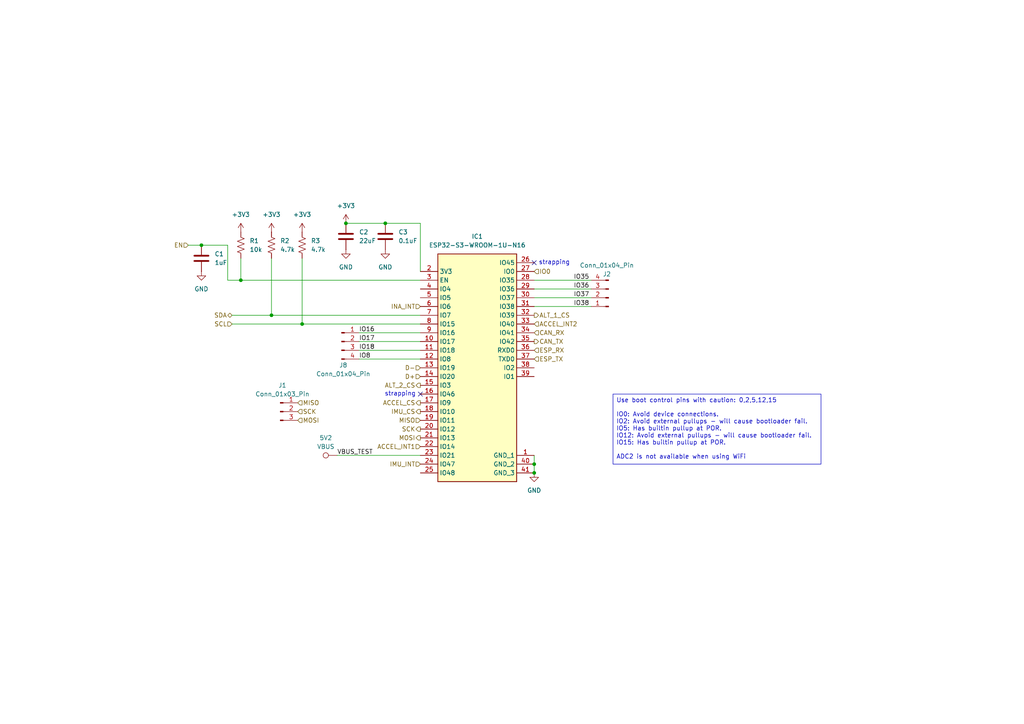
<source format=kicad_sch>
(kicad_sch (version 20250114) (generator "eeschema") (generator_version "9.0")
  (paper "A4")
  (lib_symbols
    (symbol "Connector:Conn_01x03_Pin" (pin_names (offset 1.016) (hide yes))
      (property "Reference" "J" (at 0 5.08 0))
      (property "Value" "Conn_01x03_Pin" (at 0 -5.08 0))
      (symbol "Conn_01x03_Pin_1_1"
        (rectangle (start 0.8636 2.667) (end 0 2.413) (stroke (width 0.1524)) (fill (type outline)))
        (rectangle (start 0.8636 0.127) (end 0 -0.127) (stroke (width 0.1524)) (fill (type outline)))
        (rectangle (start 0.8636 -2.413) (end 0 -2.667) (stroke (width 0.1524)) (fill (type outline)))
        (polyline (pts (xy 1.27 2.54) (xy 0.8636 2.54)) (stroke (width 0.1524)))
        (polyline (pts (xy 1.27 0) (xy 0.8636 0)) (stroke (width 0.1524)))
        (polyline (pts (xy 1.27 -2.54) (xy 0.8636 -2.54)) (stroke (width 0.1524)))
        (pin passive line (at 5.08 2.54 180) (length 3.81) (name "Pin_1") (number "1"))
        (pin passive line (at 5.08 0 180) (length 3.81) (name "Pin_2") (number "2"))
        (pin passive line (at 5.08 -2.54 180) (length 3.81) (name "Pin_3") (number "3"))
      )
    )
    (symbol "Connector:Conn_01x04_Pin" (pin_names (offset 1.016) (hide yes))
      (property "Reference" "J" (at 0 5.08 0))
      (property "Value" "Conn_01x04_Pin" (at 0 -7.62 0))
      (symbol "Conn_01x04_Pin_1_1"
        (rectangle (start 0.8636 2.667) (end 0 2.413) (stroke (width 0.1524)) (fill (type outline)))
        (rectangle (start 0.8636 0.127) (end 0 -0.127) (stroke (width 0.1524)) (fill (type outline)))
        (rectangle (start 0.8636 -2.413) (end 0 -2.667) (stroke (width 0.1524)) (fill (type outline)))
        (rectangle (start 0.8636 -4.953) (end 0 -5.207) (stroke (width 0.1524)) (fill (type outline)))
        (polyline (pts (xy 1.27 2.54) (xy 0.8636 2.54)) (stroke (width 0.1524)))
        (polyline (pts (xy 1.27 0) (xy 0.8636 0)) (stroke (width 0.1524)))
        (polyline (pts (xy 1.27 -2.54) (xy 0.8636 -2.54)) (stroke (width 0.1524)))
        (polyline (pts (xy 1.27 -5.08) (xy 0.8636 -5.08)) (stroke (width 0.1524)))
        (pin passive line (at 5.08 2.54 180) (length 3.81) (name "Pin_1") (number "1"))
        (pin passive line (at 5.08 0 180) (length 3.81) (name "Pin_2") (number "2"))
        (pin passive line (at 5.08 -2.54 180) (length 3.81) (name "Pin_3") (number "3"))
        (pin passive line (at 5.08 -5.08 180) (length 3.81) (name "Pin_4") (number "4"))
      )
    )
    (symbol "Connector:TestPoint" (pin_numbers (hide yes)) (pin_names (offset 0.762) (hide yes))
      (property "Reference" "TP" (at 0 6.858 0))
      (property "Value" "TestPoint" (at 0 5.08 0))
      (symbol "TestPoint_0_1"
        (circle (center 0 3.302) (radius 0.762))
      )
      (symbol "TestPoint_1_1"
        (pin passive line (at 0 0 90) (length 2.54) (name "1") (number "1"))
      )
    )
    (symbol "Device:C" (pin_numbers (hide yes)) (pin_names (offset 0.254))
      (property "Reference" "C" (at 0.635 2.54 0))
      (property "Value" "C" (at 0.635 -2.54 0))
      (symbol "C_0_1"
        (polyline (pts (xy -2.032 0.762) (xy 2.032 0.762)) (stroke (width 0.508)))
        (polyline (pts (xy -2.032 -0.762) (xy 2.032 -0.762)) (stroke (width 0.508)))
      )
      (symbol "C_1_1"
        (pin passive line (at 0 3.81 270) (length 2.794) (name "~") (number "1"))
        (pin passive line (at 0 -3.81 90) (length 2.794) (name "~") (number "2"))
      )
    )
    (symbol "Device:R_US" (pin_numbers (hide yes)) (pin_names (offset 0))
      (property "Reference" "R" (at 2.54 0 90))
      (property "Value" "R_US" (at -2.54 0 90))
      (symbol "R_US_0_1"
        (polyline (pts (xy 0 2.286) (xy 0 2.54)))
        (polyline (pts (xy 0 2.286) (xy 1.016 1.905) (xy 0 1.524) (xy -1.016 1.143) (xy 0 0.762)))
        (polyline (pts (xy 0 0.762) (xy 1.016 0.381) (xy 0 0) (xy -1.016 -0.381) (xy 0 -0.762)))
        (polyline (pts (xy 0 -0.762) (xy 1.016 -1.143) (xy 0 -1.524) (xy -1.016 -1.905) (xy 0 -2.286)))
        (polyline (pts (xy 0 -2.286) (xy 0 -2.54)))
      )
      (symbol "R_US_1_1"
        (pin passive line (at 0 3.81 270) (length 1.27) (name "~") (number "1"))
        (pin passive line (at 0 -3.81 90) (length 1.27) (name "~") (number "2"))
      )
    )
    (symbol "RF_Module:ESP32-S3-WROOM-1U-N16"
      (property "Reference" "IC" (at 29.21 7.62 0))
      (property "Value" "ESP32-S3-WROOM-1U-N16" (at 29.21 5.08 0))
      (symbol "ESP32-S3-WROOM-1U-N16_1_1"
        (rectangle (start 5.08 2.54) (end 27.94 -63.5) (stroke (width 0.254)) (fill (type background)))
        (pin passive line (at 0 -2.54 0) (length 5.08) (name "3V3") (number "2"))
        (pin passive line (at 0 -5.08 0) (length 5.08) (name "EN") (number "3"))
        (pin passive line (at 0 -7.62 0) (length 5.08) (name "IO4") (number "4"))
        (pin passive line (at 0 -10.16 0) (length 5.08) (name "IO5") (number "5"))
        (pin passive line (at 0 -12.7 0) (length 5.08) (name "IO6") (number "6"))
        (pin passive line (at 0 -15.24 0) (length 5.08) (name "IO7") (number "7"))
        (pin passive line (at 0 -17.78 0) (length 5.08) (name "IO15") (number "8"))
        (pin passive line (at 0 -20.32 0) (length 5.08) (name "IO16") (number "9"))
        (pin passive line (at 0 -22.86 0) (length 5.08) (name "IO17") (number "10"))
        (pin passive line (at 0 -25.4 0) (length 5.08) (name "IO18") (number "11"))
        (pin passive line (at 0 -27.94 0) (length 5.08) (name "IO8") (number "12"))
        (pin passive line (at 0 -30.48 0) (length 5.08) (name "IO19") (number "13"))
        (pin passive line (at 0 -33.02 0) (length 5.08) (name "IO20") (number "14"))
        (pin passive line (at 0 -35.56 0) (length 5.08) (name "IO3") (number "15"))
        (pin passive line (at 0 -38.1 0) (length 5.08) (name "IO46") (number "16"))
        (pin passive line (at 0 -40.64 0) (length 5.08) (name "IO9") (number "17"))
        (pin passive line (at 0 -43.18 0) (length 5.08) (name "IO10") (number "18"))
        (pin passive line (at 0 -45.72 0) (length 5.08) (name "IO11") (number "19"))
        (pin passive line (at 0 -48.26 0) (length 5.08) (name "IO12") (number "20"))
        (pin passive line (at 0 -50.8 0) (length 5.08) (name "IO13") (number "21"))
        (pin passive line (at 0 -53.34 0) (length 5.08) (name "IO14") (number "22"))
        (pin passive line (at 0 -55.88 0) (length 5.08) (name "IO21") (number "23"))
        (pin passive line (at 0 -58.42 0) (length 5.08) (name "IO47") (number "24"))
        (pin passive line (at 0 -60.96 0) (length 5.08) (name "IO48") (number "25"))
        (pin passive line (at 33.02 0 180) (length 5.08) (name "IO45") (number "26"))
        (pin passive line (at 33.02 -2.54 180) (length 5.08) (name "IO0") (number "27"))
        (pin passive line (at 33.02 -5.08 180) (length 5.08) (name "IO35") (number "28"))
        (pin passive line (at 33.02 -7.62 180) (length 5.08) (name "IO36") (number "29"))
        (pin passive line (at 33.02 -10.16 180) (length 5.08) (name "IO37") (number "30"))
        (pin passive line (at 33.02 -12.7 180) (length 5.08) (name "IO38") (number "31"))
        (pin passive line (at 33.02 -15.24 180) (length 5.08) (name "IO39") (number "32"))
        (pin passive line (at 33.02 -17.78 180) (length 5.08) (name "IO40") (number "33"))
        (pin passive line (at 33.02 -20.32 180) (length 5.08) (name "IO41") (number "34"))
        (pin passive line (at 33.02 -22.86 180) (length 5.08) (name "IO42") (number "35"))
        (pin passive line (at 33.02 -25.4 180) (length 5.08) (name "RXD0") (number "36"))
        (pin passive line (at 33.02 -27.94 180) (length 5.08) (name "TXD0") (number "37"))
        (pin passive line (at 33.02 -30.48 180) (length 5.08) (name "IO2") (number "38"))
        (pin passive line (at 33.02 -33.02 180) (length 5.08) (name "IO1") (number "39"))
        (pin passive line (at 33.02 -55.88 180) (length 5.08) (name "GND_1") (number "1"))
        (pin passive line (at 33.02 -58.42 180) (length 5.08) (name "GND_2") (number "40"))
        (pin passive line (at 33.02 -60.96 180) (length 5.08) (name "GND_3") (number "41"))
      )
    )
    (symbol "power:+3V3" (power) (pin_numbers (hide yes)) (pin_names (offset 0) (hide yes))
      (property "Value" "+3V3" (at 0 3.556 0))
      (symbol "+3V3_0_1"
        (polyline (pts (xy -0.762 1.27) (xy 0 2.54)))
        (polyline (pts (xy 0 2.54) (xy 0.762 1.27)))
        (polyline (pts (xy 0 0) (xy 0 2.54)))
      )
      (symbol "+3V3_1_1"
        (pin power_in line (at 0 0 90) (length 0) (name "~") (number "1"))
      )
    )
    (symbol "power:GND" (power) (pin_numbers (hide yes)) (pin_names (offset 0) (hide yes))
      (property "Value" "GND" (at 0 -3.81 0))
      (symbol "GND_0_1"
        (polyline (pts (xy 0 0) (xy 0 -1.27) (xy 1.27 -1.27) (xy 0 -2.54) (xy -1.27 -1.27) (xy 0 -1.27)))
      )
      (symbol "GND_1_1"
        (pin power_in line (at 0 0 270) (length 0) (name "~") (number "1"))
      )
    )
  )
  (text "strapping" (at 160.782 76.2 0) (effects (font (size 1.27 1.27))))
  (text "strapping" (at 116.078 114.3 0) (effects (font (size 1.27 1.27))))
  (text_box "Use boot control pins with caution: 0,2,5,12,15\n\nIO0: Avoid device connections.\nIO2: Avoid external pullups - will cause bootloader fail.\nIO5: Has builtin pullup at POR.\nIO12: Avoid external pullups - will cause bootloader fail.\nIO15: Has builtin pullup at POR.\n\nADC2 is not available when using WiFi" (at 177.8 114.3 0) (size 60.325 20.32) (margins 0.9525 0.9525 0.9525 0.9525) (effects (font (size 1.27 1.27)) (justify left top)))
  (junction (at 69.85 81.28))
  (junction (at 154.94 137.16))
  (junction (at 87.63 93.98))
  (junction (at 58.42 71.12))
  (junction (at 78.74 91.44))
  (junction (at 111.76 64.77))
  (junction (at 154.94 134.62))
  (junction (at 100.33 64.77))
  (no_connect (at 121.92 114.3))
  (no_connect (at 154.94 76.2))
  (wire (pts (xy 154.94 132.08) (xy 154.94 134.62)))
  (wire (pts (xy 54.61 71.12) (xy 58.42 71.12)))
  (wire (pts (xy 154.94 88.9) (xy 171.45 88.9)))
  (wire (pts (xy 111.76 64.77) (xy 121.92 64.77)))
  (wire (pts (xy 66.04 81.28) (xy 69.85 81.28)))
  (wire (pts (xy 67.31 91.44) (xy 78.74 91.44)))
  (wire (pts (xy 97.79 132.08) (xy 121.92 132.08)))
  (wire (pts (xy 69.85 81.28) (xy 121.92 81.28)))
  (wire (pts (xy 67.31 93.98) (xy 87.63 93.98)))
  (wire (pts (xy 87.63 93.98) (xy 121.92 93.98)))
  (wire (pts (xy 78.74 74.93) (xy 78.74 91.44)))
  (wire (pts (xy 121.92 64.77) (xy 121.92 78.74)))
  (wire (pts (xy 104.14 99.06) (xy 121.92 99.06)))
  (wire (pts (xy 58.42 71.12) (xy 66.04 71.12)))
  (wire (pts (xy 154.94 134.62) (xy 154.94 137.16)))
  (wire (pts (xy 66.04 71.12) (xy 66.04 81.28)))
  (wire (pts (xy 154.94 86.36) (xy 171.45 86.36)))
  (wire (pts (xy 69.85 74.93) (xy 69.85 81.28)))
  (wire (pts (xy 78.74 91.44) (xy 121.92 91.44)))
  (wire (pts (xy 104.14 101.6) (xy 121.92 101.6)))
  (wire (pts (xy 154.94 83.82) (xy 171.45 83.82)))
  (wire (pts (xy 87.63 74.93) (xy 87.63 93.98)))
  (wire (pts (xy 104.14 104.14) (xy 121.92 104.14)))
  (wire (pts (xy 154.94 81.28) (xy 171.45 81.28)))
  (wire (pts (xy 104.14 96.52) (xy 121.92 96.52)))
  (wire (pts (xy 100.33 64.77) (xy 111.76 64.77)))
  (label "IO16" (at 104.14 96.52 0))
  (label "IO38" (at 166.37 88.9 0))
  (label "IO8" (at 104.14 104.14 0))
  (label "IO18" (at 104.14 101.6 0))
  (label "IO36" (at 166.37 83.82 0))
  (label "IO17" (at 104.14 99.06 0))
  (label "VBUS_TEST" (at 97.79 132.08 0))
  (label "IO37" (at 166.37 86.36 0))
  (label "IO35" (at 166.37 81.28 0))
  (hierarchical_label "ESP_RX" (shape input) (at 154.94 101.6 0))
  (hierarchical_label "ALT_2_CS" (shape output) (at 121.92 111.76 180))
  (hierarchical_label "MISO" (shape input) (at 86.36 116.84 0))
  (hierarchical_label "SDA" (shape bidirectional) (at 67.31 91.44 180))
  (hierarchical_label "ACCEL_INT1" (shape input) (at 121.92 129.54 180))
  (hierarchical_label "ALT_1_CS" (shape output) (at 154.94 91.44 0))
  (hierarchical_label "D-" (shape input) (at 121.92 106.68 180))
  (hierarchical_label "EN" (shape input) (at 54.61 71.12 180))
  (hierarchical_label "IO0" (shape input) (at 154.94 78.74 0))
  (hierarchical_label "ACCEL_INT2" (shape input) (at 154.94 93.98 0))
  (hierarchical_label "IMU_INT" (shape input) (at 121.92 134.62 180))
  (hierarchical_label "IMU_CS" (shape output) (at 121.92 119.38 180))
  (hierarchical_label "MOSI" (shape input) (at 86.36 121.92 0))
  (hierarchical_label "MISO" (shape input) (at 121.92 121.92 180))
  (hierarchical_label "MOSI" (shape output) (at 121.92 127 180))
  (hierarchical_label "CAN_RX" (shape input) (at 154.94 96.52 0))
  (hierarchical_label "CAN_TX" (shape output) (at 154.94 99.06 0))
  (hierarchical_label "ACCEL_CS" (shape output) (at 121.92 116.84 180))
  (hierarchical_label "D+" (shape input) (at 121.92 109.22 180))
  (hierarchical_label "ESP_TX" (shape input) (at 154.94 104.14 0))
  (hierarchical_label "SCK" (shape input) (at 86.36 119.38 0))
  (hierarchical_label "SCK" (shape output) (at 121.92 124.46 180))
  (hierarchical_label "INA_INT" (shape input) (at 121.92 88.9 180))
  (hierarchical_label "SCL" (shape input) (at 67.31 93.98 180))
  (symbol (lib_id "Device:C") (at 111.76 68.58 180) (unit 1)
    (property "Reference" "C3" (at 115.57 67.3099 0) (effects (justify right)))
    (property "Value" "0.1uF" (at 115.57 69.8499 0) (effects (justify right)))
    (property "Footprint" "Capacitor_SMD:C_0603_1608Metric" (effects (hide yes)))
    (property "Description" "Unpolarized capacitor" (effects (hide yes)))
  )
  (symbol (lib_id "power:GND") (at 100.33 72.39 0) (unit 1)
    (property "Reference" "#PWR06" (effects (hide yes)))
    (property "Value" "GND" (at 100.33 77.47 0))
    (property "Description" "Power symbol creates a global label with name \"GND\" , ground" (effects (hide yes)))
  )
  (symbol (lib_id "power:GND") (at 111.76 72.39 0) (unit 1)
    (property "Reference" "#PWR07" (effects (hide yes)))
    (property "Value" "GND" (at 111.76 77.47 0))
    (property "Description" "Power symbol creates a global label with name \"GND\" , ground" (effects (hide yes)))
  )
  (symbol (lib_id "power:GND") (at 58.42 78.74 0) (unit 1)
    (property "Reference" "#PWR01" (effects (hide yes)))
    (property "Value" "GND" (at 58.42 83.82 0))
    (property "Description" "Power symbol creates a global label with name \"GND\" , ground" (effects (hide yes)))
  )
  (symbol (lib_id "power:+3V3") (at 69.85 67.31 0) (unit 1)
    (property "Reference" "#PWR02" (effects (hide yes)))
    (property "Value" "+3V3" (at 69.85 62.23 0))
    (property "Description" "Power symbol creates a global label with name \"+3V3\"" (effects (hide yes)))
  )
  (symbol (lib_id "Device:R_US") (at 78.74 71.12 0) (unit 1)
    (property "Reference" "R2" (at 81.28 69.8499 0) (effects (justify left)))
    (property "Value" "4.7k" (at 81.28 72.3899 0) (effects (justify left)))
    (property "Footprint" "Resistor_SMD:R_0603_1608Metric" (effects (hide yes)))
    (property "Description" "Resistor, US symbol" (effects (hide yes)))
  )
  (symbol (lib_id "power:+3V3") (at 78.74 67.31 0) (unit 1)
    (property "Reference" "#PWR03" (effects (hide yes)))
    (property "Value" "+3V3" (at 78.74 62.23 0))
    (property "Description" "Power symbol creates a global label with name \"+3V3\"" (effects (hide yes)))
  )
  (symbol (lib_id "power:GND") (at 154.94 137.16 0) (unit 1)
    (property "Reference" "#PWR08" (effects (hide yes)))
    (property "Value" "GND" (at 154.94 142.24 0))
    (property "Description" "Power symbol creates a global label with name \"GND\" , ground" (effects (hide yes)))
  )
  (symbol (lib_id "Device:C") (at 58.42 74.93 180) (unit 1)
    (property "Reference" "C1" (at 62.23 73.6599 0) (effects (justify right)))
    (property "Value" "1uF" (at 62.23 76.1999 0) (effects (justify right)))
    (property "Footprint" "Capacitor_SMD:C_0603_1608Metric" (effects (hide yes)))
    (property "Description" "Unpolarized capacitor" (effects (hide yes)))
  )
  (symbol (lib_id "Connector:Conn_01x04_Pin") (at 176.53 86.36 180) (unit 1)
    (property "Reference" "J2" (at 176.022 79.502 0))
    (property "Value" "Conn_01x04_Pin" (at 176.022 76.962 0))
    (property "Footprint" "Connector_PinHeader_2.54mm:PinHeader_1x04_P2.54mm_Vertical" (effects (hide yes)))
    (property "Description" "Generic connector, single row, 01x04, script generated" (effects (hide yes)))
  )
  (symbol (lib_id "Device:R_US") (at 69.85 71.12 0) (unit 1)
    (property "Reference" "R1" (at 72.39 69.8499 0) (effects (justify left)))
    (property "Value" "10k" (at 72.39 72.3899 0) (effects (justify left)))
    (property "Footprint" "Resistor_SMD:R_0603_1608Metric" (effects (hide yes)))
    (property "Description" "Resistor, US symbol" (effects (hide yes)))
  )
  (symbol (lib_id "power:+3V3") (at 87.63 67.31 0) (unit 1)
    (property "Reference" "#PWR04" (effects (hide yes)))
    (property "Value" "+3V3" (at 87.63 62.23 0))
    (property "Description" "Power symbol creates a global label with name \"+3V3\"" (effects (hide yes)))
  )
  (symbol (lib_id "Connector:TestPoint") (at 97.79 132.08 90) (unit 1)
    (property "Reference" "5V2" (at 94.488 127 90))
    (property "Value" "VBUS" (at 94.488 129.54 90))
    (property "Footprint" "Connector_PinHeader_2.54mm:PinHeader_1x01_P2.54mm_Vertical" (effects (hide yes)))
    (property "Description" "test point" (effects (hide yes)))
  )
  (symbol (lib_id "Device:R_US") (at 87.63 71.12 0) (unit 1)
    (property "Reference" "R3" (at 90.17 69.8499 0) (effects (justify left)))
    (property "Value" "4.7k" (at 90.17 72.3899 0) (effects (justify left)))
    (property "Footprint" "Resistor_SMD:R_0603_1608Metric" (effects (hide yes)))
    (property "Description" "Resistor, US symbol" (effects (hide yes)))
  )
  (symbol (lib_id "Device:C") (at 100.33 68.58 180) (unit 1)
    (property "Reference" "C2" (at 104.14 67.3099 0) (effects (justify right)))
    (property "Value" "22uF" (at 104.14 69.8499 0) (effects (justify right)))
    (property "Footprint" "Capacitor_SMD:C_0603_1608Metric" (effects (hide yes)))
    (property "Description" "Unpolarized capacitor" (effects (hide yes)))
  )
  (symbol (lib_id "Connector:Conn_01x04_Pin") (at 99.06 99.06 0) (unit 1)
    (property "Reference" "J8" (at 99.568 105.918 0))
    (property "Value" "Conn_01x04_Pin" (at 99.568 108.458 0))
    (property "Footprint" "Connector_PinHeader_2.54mm:PinHeader_1x04_P2.54mm_Vertical" (effects (hide yes)))
    (property "Description" "Generic connector, single row, 01x04, script generated" (effects (hide yes)))
  )
  (symbol (lib_id "Connector:Conn_01x03_Pin") (at 81.28 119.38 0) (unit 1)
    (property "Reference" "J1" (at 81.915 111.76 0))
    (property "Value" "Conn_01x03_Pin" (at 81.915 114.3 0))
    (property "Footprint" "Connector_PinHeader_2.54mm:PinHeader_1x03_P2.54mm_Vertical" (effects (hide yes)))
    (property "Description" "Generic connector, single row, 01x03, script generated" (effects (hide yes)))
  )
  (symbol (lib_id "RF_Module:ESP32-S3-WROOM-1U-N16") (at 121.92 76.2 0) (unit 1)
    (property "Reference" "IC1" (at 138.43 68.58 0))
    (property "Value" "ESP32-S3-WROOM-1U-N16" (at 138.43 71.12 0))
    (property "Footprint" "RF_Module:ESP32-S3-WROOM-1U" (effects (hide yes)))
    (property "Datasheet" "https://www.espressif.com/sites/default/files/documentation/esp32-s3-wroom-1_wroom-1u_datasheet_en.pdf" (effects (hide yes)))
    (property "Description" "Multiprotocol Modules SMD Module, ESP32-S3, 16 MB SPI Flash, IPEX Antenna Connector" (effects (hide yes)))
    (property "Height" "3.35" (effects (hide yes)))
    (property "Mouser Part Number" "356-ESP32S3WROM1UN16" (effects (hide yes)))
    (property "Mouser Price/Stock" "https://www.mouser.co.uk/ProductDetail/Espressif-Systems/ESP32-S3-WROOM-1U-N16?qs=Li%252BoUPsLEntAI1ynUyotnA%3D%3D" (effects (hide yes)))
    (property "Manufacturer_Name" "Espressif Systems" (effects (hide yes)))
    (property "Manufacturer_Part_Number" "ESP32-S3-WROOM-1U-N16" (effects (hide yes)))
  )
  (symbol (lib_id "power:+3V3") (at 100.33 64.77 0) (unit 1)
    (property "Reference" "#PWR05" (effects (hide yes)))
    (property "Value" "+3V3" (at 100.33 59.69 0))
    (property "Description" "Power symbol creates a global label with name \"+3V3\"" (effects (hide yes)))
  )
)
</source>
